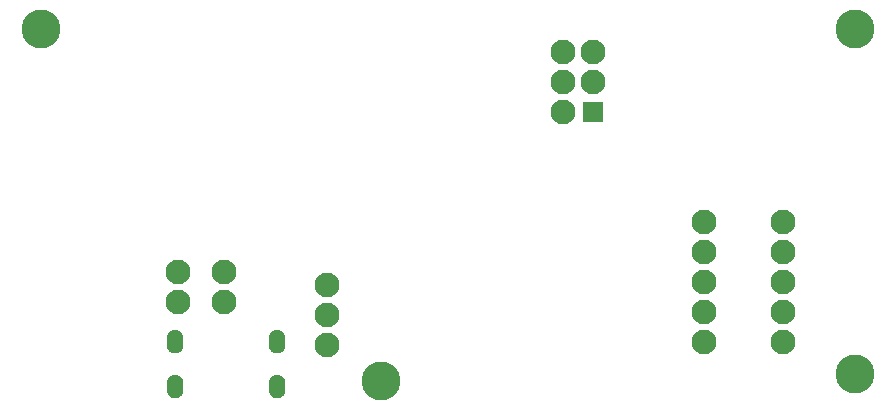
<source format=gbr>
%TF.GenerationSoftware,KiCad,Pcbnew,9.0.6*%
%TF.CreationDate,2026-01-13T18:35:44+05:30*%
%TF.ProjectId,Pen_Plotter,50656e5f-506c-46f7-9474-65722e6b6963,rev?*%
%TF.SameCoordinates,Original*%
%TF.FileFunction,Soldermask,Bot*%
%TF.FilePolarity,Negative*%
%FSLAX46Y46*%
G04 Gerber Fmt 4.6, Leading zero omitted, Abs format (unit mm)*
G04 Created by KiCad (PCBNEW 9.0.6) date 2026-01-13 18:35:44*
%MOMM*%
%LPD*%
G01*
G04 APERTURE LIST*
%ADD10C,0.010000*%
%ADD11C,3.300000*%
%ADD12R,1.700000X1.700000*%
%ADD13C,2.100000*%
G04 APERTURE END LIST*
D10*
%TO.C,J1*%
X69974000Y-120231000D02*
X70008000Y-120234000D01*
X70042000Y-120238000D01*
X70075000Y-120244000D01*
X70108000Y-120252000D01*
X70141000Y-120262000D01*
X70173000Y-120273000D01*
X70204000Y-120286000D01*
X70235000Y-120301000D01*
X70265000Y-120317000D01*
X70294000Y-120335000D01*
X70322000Y-120354000D01*
X70349000Y-120375000D01*
X70375000Y-120397000D01*
X70400000Y-120420000D01*
X70423000Y-120445000D01*
X70445000Y-120471000D01*
X70466000Y-120498000D01*
X70485000Y-120526000D01*
X70503000Y-120555000D01*
X70519000Y-120585000D01*
X70534000Y-120616000D01*
X70547000Y-120647000D01*
X70558000Y-120679000D01*
X70568000Y-120712000D01*
X70576000Y-120745000D01*
X70582000Y-120778000D01*
X70586000Y-120812000D01*
X70589000Y-120846000D01*
X70590000Y-120880000D01*
X70590000Y-121480000D01*
X70589000Y-121514000D01*
X70586000Y-121548000D01*
X70582000Y-121582000D01*
X70576000Y-121615000D01*
X70568000Y-121648000D01*
X70558000Y-121681000D01*
X70547000Y-121713000D01*
X70534000Y-121744000D01*
X70519000Y-121775000D01*
X70503000Y-121805000D01*
X70485000Y-121834000D01*
X70466000Y-121862000D01*
X70445000Y-121889000D01*
X70423000Y-121915000D01*
X70400000Y-121940000D01*
X70375000Y-121963000D01*
X70349000Y-121985000D01*
X70322000Y-122006000D01*
X70294000Y-122025000D01*
X70265000Y-122043000D01*
X70235000Y-122059000D01*
X70204000Y-122074000D01*
X70173000Y-122087000D01*
X70141000Y-122098000D01*
X70108000Y-122108000D01*
X70075000Y-122116000D01*
X70042000Y-122122000D01*
X70008000Y-122126000D01*
X69974000Y-122129000D01*
X69940000Y-122130000D01*
X69906000Y-122129000D01*
X69872000Y-122126000D01*
X69838000Y-122122000D01*
X69805000Y-122116000D01*
X69772000Y-122108000D01*
X69739000Y-122098000D01*
X69707000Y-122087000D01*
X69676000Y-122074000D01*
X69645000Y-122059000D01*
X69615000Y-122043000D01*
X69586000Y-122025000D01*
X69558000Y-122006000D01*
X69531000Y-121985000D01*
X69505000Y-121963000D01*
X69480000Y-121940000D01*
X69457000Y-121915000D01*
X69435000Y-121889000D01*
X69414000Y-121862000D01*
X69395000Y-121834000D01*
X69377000Y-121805000D01*
X69361000Y-121775000D01*
X69346000Y-121744000D01*
X69333000Y-121713000D01*
X69322000Y-121681000D01*
X69312000Y-121648000D01*
X69304000Y-121615000D01*
X69298000Y-121582000D01*
X69294000Y-121548000D01*
X69291000Y-121514000D01*
X69290000Y-121480000D01*
X69290000Y-120880000D01*
X69291000Y-120846000D01*
X69294000Y-120812000D01*
X69298000Y-120778000D01*
X69304000Y-120745000D01*
X69312000Y-120712000D01*
X69322000Y-120679000D01*
X69333000Y-120647000D01*
X69346000Y-120616000D01*
X69361000Y-120585000D01*
X69377000Y-120555000D01*
X69395000Y-120526000D01*
X69414000Y-120498000D01*
X69435000Y-120471000D01*
X69457000Y-120445000D01*
X69480000Y-120420000D01*
X69505000Y-120397000D01*
X69531000Y-120375000D01*
X69558000Y-120354000D01*
X69586000Y-120335000D01*
X69615000Y-120317000D01*
X69645000Y-120301000D01*
X69676000Y-120286000D01*
X69707000Y-120273000D01*
X69739000Y-120262000D01*
X69772000Y-120252000D01*
X69805000Y-120244000D01*
X69838000Y-120238000D01*
X69872000Y-120234000D01*
X69906000Y-120231000D01*
X69940000Y-120230000D01*
X69974000Y-120231000D01*
G36*
X69974000Y-120231000D02*
G01*
X70008000Y-120234000D01*
X70042000Y-120238000D01*
X70075000Y-120244000D01*
X70108000Y-120252000D01*
X70141000Y-120262000D01*
X70173000Y-120273000D01*
X70204000Y-120286000D01*
X70235000Y-120301000D01*
X70265000Y-120317000D01*
X70294000Y-120335000D01*
X70322000Y-120354000D01*
X70349000Y-120375000D01*
X70375000Y-120397000D01*
X70400000Y-120420000D01*
X70423000Y-120445000D01*
X70445000Y-120471000D01*
X70466000Y-120498000D01*
X70485000Y-120526000D01*
X70503000Y-120555000D01*
X70519000Y-120585000D01*
X70534000Y-120616000D01*
X70547000Y-120647000D01*
X70558000Y-120679000D01*
X70568000Y-120712000D01*
X70576000Y-120745000D01*
X70582000Y-120778000D01*
X70586000Y-120812000D01*
X70589000Y-120846000D01*
X70590000Y-120880000D01*
X70590000Y-121480000D01*
X70589000Y-121514000D01*
X70586000Y-121548000D01*
X70582000Y-121582000D01*
X70576000Y-121615000D01*
X70568000Y-121648000D01*
X70558000Y-121681000D01*
X70547000Y-121713000D01*
X70534000Y-121744000D01*
X70519000Y-121775000D01*
X70503000Y-121805000D01*
X70485000Y-121834000D01*
X70466000Y-121862000D01*
X70445000Y-121889000D01*
X70423000Y-121915000D01*
X70400000Y-121940000D01*
X70375000Y-121963000D01*
X70349000Y-121985000D01*
X70322000Y-122006000D01*
X70294000Y-122025000D01*
X70265000Y-122043000D01*
X70235000Y-122059000D01*
X70204000Y-122074000D01*
X70173000Y-122087000D01*
X70141000Y-122098000D01*
X70108000Y-122108000D01*
X70075000Y-122116000D01*
X70042000Y-122122000D01*
X70008000Y-122126000D01*
X69974000Y-122129000D01*
X69940000Y-122130000D01*
X69906000Y-122129000D01*
X69872000Y-122126000D01*
X69838000Y-122122000D01*
X69805000Y-122116000D01*
X69772000Y-122108000D01*
X69739000Y-122098000D01*
X69707000Y-122087000D01*
X69676000Y-122074000D01*
X69645000Y-122059000D01*
X69615000Y-122043000D01*
X69586000Y-122025000D01*
X69558000Y-122006000D01*
X69531000Y-121985000D01*
X69505000Y-121963000D01*
X69480000Y-121940000D01*
X69457000Y-121915000D01*
X69435000Y-121889000D01*
X69414000Y-121862000D01*
X69395000Y-121834000D01*
X69377000Y-121805000D01*
X69361000Y-121775000D01*
X69346000Y-121744000D01*
X69333000Y-121713000D01*
X69322000Y-121681000D01*
X69312000Y-121648000D01*
X69304000Y-121615000D01*
X69298000Y-121582000D01*
X69294000Y-121548000D01*
X69291000Y-121514000D01*
X69290000Y-121480000D01*
X69290000Y-120880000D01*
X69291000Y-120846000D01*
X69294000Y-120812000D01*
X69298000Y-120778000D01*
X69304000Y-120745000D01*
X69312000Y-120712000D01*
X69322000Y-120679000D01*
X69333000Y-120647000D01*
X69346000Y-120616000D01*
X69361000Y-120585000D01*
X69377000Y-120555000D01*
X69395000Y-120526000D01*
X69414000Y-120498000D01*
X69435000Y-120471000D01*
X69457000Y-120445000D01*
X69480000Y-120420000D01*
X69505000Y-120397000D01*
X69531000Y-120375000D01*
X69558000Y-120354000D01*
X69586000Y-120335000D01*
X69615000Y-120317000D01*
X69645000Y-120301000D01*
X69676000Y-120286000D01*
X69707000Y-120273000D01*
X69739000Y-120262000D01*
X69772000Y-120252000D01*
X69805000Y-120244000D01*
X69838000Y-120238000D01*
X69872000Y-120234000D01*
X69906000Y-120231000D01*
X69940000Y-120230000D01*
X69974000Y-120231000D01*
G37*
X69974000Y-124031000D02*
X70008000Y-124034000D01*
X70042000Y-124038000D01*
X70075000Y-124044000D01*
X70108000Y-124052000D01*
X70141000Y-124062000D01*
X70173000Y-124073000D01*
X70204000Y-124086000D01*
X70235000Y-124101000D01*
X70265000Y-124117000D01*
X70294000Y-124135000D01*
X70322000Y-124154000D01*
X70349000Y-124175000D01*
X70375000Y-124197000D01*
X70400000Y-124220000D01*
X70423000Y-124245000D01*
X70445000Y-124271000D01*
X70466000Y-124298000D01*
X70485000Y-124326000D01*
X70503000Y-124355000D01*
X70519000Y-124385000D01*
X70534000Y-124416000D01*
X70547000Y-124447000D01*
X70558000Y-124479000D01*
X70568000Y-124512000D01*
X70576000Y-124545000D01*
X70582000Y-124578000D01*
X70586000Y-124612000D01*
X70589000Y-124646000D01*
X70590000Y-124680000D01*
X70590000Y-125280000D01*
X70589000Y-125314000D01*
X70586000Y-125348000D01*
X70582000Y-125382000D01*
X70576000Y-125415000D01*
X70568000Y-125448000D01*
X70558000Y-125481000D01*
X70547000Y-125513000D01*
X70534000Y-125544000D01*
X70519000Y-125575000D01*
X70503000Y-125605000D01*
X70485000Y-125634000D01*
X70466000Y-125662000D01*
X70445000Y-125689000D01*
X70423000Y-125715000D01*
X70400000Y-125740000D01*
X70375000Y-125763000D01*
X70349000Y-125785000D01*
X70322000Y-125806000D01*
X70294000Y-125825000D01*
X70265000Y-125843000D01*
X70235000Y-125859000D01*
X70204000Y-125874000D01*
X70173000Y-125887000D01*
X70141000Y-125898000D01*
X70108000Y-125908000D01*
X70075000Y-125916000D01*
X70042000Y-125922000D01*
X70008000Y-125926000D01*
X69974000Y-125929000D01*
X69940000Y-125930000D01*
X69906000Y-125929000D01*
X69872000Y-125926000D01*
X69838000Y-125922000D01*
X69805000Y-125916000D01*
X69772000Y-125908000D01*
X69739000Y-125898000D01*
X69707000Y-125887000D01*
X69676000Y-125874000D01*
X69645000Y-125859000D01*
X69615000Y-125843000D01*
X69586000Y-125825000D01*
X69558000Y-125806000D01*
X69531000Y-125785000D01*
X69505000Y-125763000D01*
X69480000Y-125740000D01*
X69457000Y-125715000D01*
X69435000Y-125689000D01*
X69414000Y-125662000D01*
X69395000Y-125634000D01*
X69377000Y-125605000D01*
X69361000Y-125575000D01*
X69346000Y-125544000D01*
X69333000Y-125513000D01*
X69322000Y-125481000D01*
X69312000Y-125448000D01*
X69304000Y-125415000D01*
X69298000Y-125382000D01*
X69294000Y-125348000D01*
X69291000Y-125314000D01*
X69290000Y-125280000D01*
X69290000Y-124680000D01*
X69291000Y-124646000D01*
X69294000Y-124612000D01*
X69298000Y-124578000D01*
X69304000Y-124545000D01*
X69312000Y-124512000D01*
X69322000Y-124479000D01*
X69333000Y-124447000D01*
X69346000Y-124416000D01*
X69361000Y-124385000D01*
X69377000Y-124355000D01*
X69395000Y-124326000D01*
X69414000Y-124298000D01*
X69435000Y-124271000D01*
X69457000Y-124245000D01*
X69480000Y-124220000D01*
X69505000Y-124197000D01*
X69531000Y-124175000D01*
X69558000Y-124154000D01*
X69586000Y-124135000D01*
X69615000Y-124117000D01*
X69645000Y-124101000D01*
X69676000Y-124086000D01*
X69707000Y-124073000D01*
X69739000Y-124062000D01*
X69772000Y-124052000D01*
X69805000Y-124044000D01*
X69838000Y-124038000D01*
X69872000Y-124034000D01*
X69906000Y-124031000D01*
X69940000Y-124030000D01*
X69974000Y-124031000D01*
G36*
X69974000Y-124031000D02*
G01*
X70008000Y-124034000D01*
X70042000Y-124038000D01*
X70075000Y-124044000D01*
X70108000Y-124052000D01*
X70141000Y-124062000D01*
X70173000Y-124073000D01*
X70204000Y-124086000D01*
X70235000Y-124101000D01*
X70265000Y-124117000D01*
X70294000Y-124135000D01*
X70322000Y-124154000D01*
X70349000Y-124175000D01*
X70375000Y-124197000D01*
X70400000Y-124220000D01*
X70423000Y-124245000D01*
X70445000Y-124271000D01*
X70466000Y-124298000D01*
X70485000Y-124326000D01*
X70503000Y-124355000D01*
X70519000Y-124385000D01*
X70534000Y-124416000D01*
X70547000Y-124447000D01*
X70558000Y-124479000D01*
X70568000Y-124512000D01*
X70576000Y-124545000D01*
X70582000Y-124578000D01*
X70586000Y-124612000D01*
X70589000Y-124646000D01*
X70590000Y-124680000D01*
X70590000Y-125280000D01*
X70589000Y-125314000D01*
X70586000Y-125348000D01*
X70582000Y-125382000D01*
X70576000Y-125415000D01*
X70568000Y-125448000D01*
X70558000Y-125481000D01*
X70547000Y-125513000D01*
X70534000Y-125544000D01*
X70519000Y-125575000D01*
X70503000Y-125605000D01*
X70485000Y-125634000D01*
X70466000Y-125662000D01*
X70445000Y-125689000D01*
X70423000Y-125715000D01*
X70400000Y-125740000D01*
X70375000Y-125763000D01*
X70349000Y-125785000D01*
X70322000Y-125806000D01*
X70294000Y-125825000D01*
X70265000Y-125843000D01*
X70235000Y-125859000D01*
X70204000Y-125874000D01*
X70173000Y-125887000D01*
X70141000Y-125898000D01*
X70108000Y-125908000D01*
X70075000Y-125916000D01*
X70042000Y-125922000D01*
X70008000Y-125926000D01*
X69974000Y-125929000D01*
X69940000Y-125930000D01*
X69906000Y-125929000D01*
X69872000Y-125926000D01*
X69838000Y-125922000D01*
X69805000Y-125916000D01*
X69772000Y-125908000D01*
X69739000Y-125898000D01*
X69707000Y-125887000D01*
X69676000Y-125874000D01*
X69645000Y-125859000D01*
X69615000Y-125843000D01*
X69586000Y-125825000D01*
X69558000Y-125806000D01*
X69531000Y-125785000D01*
X69505000Y-125763000D01*
X69480000Y-125740000D01*
X69457000Y-125715000D01*
X69435000Y-125689000D01*
X69414000Y-125662000D01*
X69395000Y-125634000D01*
X69377000Y-125605000D01*
X69361000Y-125575000D01*
X69346000Y-125544000D01*
X69333000Y-125513000D01*
X69322000Y-125481000D01*
X69312000Y-125448000D01*
X69304000Y-125415000D01*
X69298000Y-125382000D01*
X69294000Y-125348000D01*
X69291000Y-125314000D01*
X69290000Y-125280000D01*
X69290000Y-124680000D01*
X69291000Y-124646000D01*
X69294000Y-124612000D01*
X69298000Y-124578000D01*
X69304000Y-124545000D01*
X69312000Y-124512000D01*
X69322000Y-124479000D01*
X69333000Y-124447000D01*
X69346000Y-124416000D01*
X69361000Y-124385000D01*
X69377000Y-124355000D01*
X69395000Y-124326000D01*
X69414000Y-124298000D01*
X69435000Y-124271000D01*
X69457000Y-124245000D01*
X69480000Y-124220000D01*
X69505000Y-124197000D01*
X69531000Y-124175000D01*
X69558000Y-124154000D01*
X69586000Y-124135000D01*
X69615000Y-124117000D01*
X69645000Y-124101000D01*
X69676000Y-124086000D01*
X69707000Y-124073000D01*
X69739000Y-124062000D01*
X69772000Y-124052000D01*
X69805000Y-124044000D01*
X69838000Y-124038000D01*
X69872000Y-124034000D01*
X69906000Y-124031000D01*
X69940000Y-124030000D01*
X69974000Y-124031000D01*
G37*
X78614000Y-120231000D02*
X78648000Y-120234000D01*
X78682000Y-120238000D01*
X78715000Y-120244000D01*
X78748000Y-120252000D01*
X78781000Y-120262000D01*
X78813000Y-120273000D01*
X78844000Y-120286000D01*
X78875000Y-120301000D01*
X78905000Y-120317000D01*
X78934000Y-120335000D01*
X78962000Y-120354000D01*
X78989000Y-120375000D01*
X79015000Y-120397000D01*
X79040000Y-120420000D01*
X79063000Y-120445000D01*
X79085000Y-120471000D01*
X79106000Y-120498000D01*
X79125000Y-120526000D01*
X79143000Y-120555000D01*
X79159000Y-120585000D01*
X79174000Y-120616000D01*
X79187000Y-120647000D01*
X79198000Y-120679000D01*
X79208000Y-120712000D01*
X79216000Y-120745000D01*
X79222000Y-120778000D01*
X79226000Y-120812000D01*
X79229000Y-120846000D01*
X79230000Y-120880000D01*
X79230000Y-121480000D01*
X79229000Y-121514000D01*
X79226000Y-121548000D01*
X79222000Y-121582000D01*
X79216000Y-121615000D01*
X79208000Y-121648000D01*
X79198000Y-121681000D01*
X79187000Y-121713000D01*
X79174000Y-121744000D01*
X79159000Y-121775000D01*
X79143000Y-121805000D01*
X79125000Y-121834000D01*
X79106000Y-121862000D01*
X79085000Y-121889000D01*
X79063000Y-121915000D01*
X79040000Y-121940000D01*
X79015000Y-121963000D01*
X78989000Y-121985000D01*
X78962000Y-122006000D01*
X78934000Y-122025000D01*
X78905000Y-122043000D01*
X78875000Y-122059000D01*
X78844000Y-122074000D01*
X78813000Y-122087000D01*
X78781000Y-122098000D01*
X78748000Y-122108000D01*
X78715000Y-122116000D01*
X78682000Y-122122000D01*
X78648000Y-122126000D01*
X78614000Y-122129000D01*
X78580000Y-122130000D01*
X78546000Y-122129000D01*
X78512000Y-122126000D01*
X78478000Y-122122000D01*
X78445000Y-122116000D01*
X78412000Y-122108000D01*
X78379000Y-122098000D01*
X78347000Y-122087000D01*
X78316000Y-122074000D01*
X78285000Y-122059000D01*
X78255000Y-122043000D01*
X78226000Y-122025000D01*
X78198000Y-122006000D01*
X78171000Y-121985000D01*
X78145000Y-121963000D01*
X78120000Y-121940000D01*
X78097000Y-121915000D01*
X78075000Y-121889000D01*
X78054000Y-121862000D01*
X78035000Y-121834000D01*
X78017000Y-121805000D01*
X78001000Y-121775000D01*
X77986000Y-121744000D01*
X77973000Y-121713000D01*
X77962000Y-121681000D01*
X77952000Y-121648000D01*
X77944000Y-121615000D01*
X77938000Y-121582000D01*
X77934000Y-121548000D01*
X77931000Y-121514000D01*
X77930000Y-121480000D01*
X77930000Y-120880000D01*
X77931000Y-120846000D01*
X77934000Y-120812000D01*
X77938000Y-120778000D01*
X77944000Y-120745000D01*
X77952000Y-120712000D01*
X77962000Y-120679000D01*
X77973000Y-120647000D01*
X77986000Y-120616000D01*
X78001000Y-120585000D01*
X78017000Y-120555000D01*
X78035000Y-120526000D01*
X78054000Y-120498000D01*
X78075000Y-120471000D01*
X78097000Y-120445000D01*
X78120000Y-120420000D01*
X78145000Y-120397000D01*
X78171000Y-120375000D01*
X78198000Y-120354000D01*
X78226000Y-120335000D01*
X78255000Y-120317000D01*
X78285000Y-120301000D01*
X78316000Y-120286000D01*
X78347000Y-120273000D01*
X78379000Y-120262000D01*
X78412000Y-120252000D01*
X78445000Y-120244000D01*
X78478000Y-120238000D01*
X78512000Y-120234000D01*
X78546000Y-120231000D01*
X78580000Y-120230000D01*
X78614000Y-120231000D01*
G36*
X78614000Y-120231000D02*
G01*
X78648000Y-120234000D01*
X78682000Y-120238000D01*
X78715000Y-120244000D01*
X78748000Y-120252000D01*
X78781000Y-120262000D01*
X78813000Y-120273000D01*
X78844000Y-120286000D01*
X78875000Y-120301000D01*
X78905000Y-120317000D01*
X78934000Y-120335000D01*
X78962000Y-120354000D01*
X78989000Y-120375000D01*
X79015000Y-120397000D01*
X79040000Y-120420000D01*
X79063000Y-120445000D01*
X79085000Y-120471000D01*
X79106000Y-120498000D01*
X79125000Y-120526000D01*
X79143000Y-120555000D01*
X79159000Y-120585000D01*
X79174000Y-120616000D01*
X79187000Y-120647000D01*
X79198000Y-120679000D01*
X79208000Y-120712000D01*
X79216000Y-120745000D01*
X79222000Y-120778000D01*
X79226000Y-120812000D01*
X79229000Y-120846000D01*
X79230000Y-120880000D01*
X79230000Y-121480000D01*
X79229000Y-121514000D01*
X79226000Y-121548000D01*
X79222000Y-121582000D01*
X79216000Y-121615000D01*
X79208000Y-121648000D01*
X79198000Y-121681000D01*
X79187000Y-121713000D01*
X79174000Y-121744000D01*
X79159000Y-121775000D01*
X79143000Y-121805000D01*
X79125000Y-121834000D01*
X79106000Y-121862000D01*
X79085000Y-121889000D01*
X79063000Y-121915000D01*
X79040000Y-121940000D01*
X79015000Y-121963000D01*
X78989000Y-121985000D01*
X78962000Y-122006000D01*
X78934000Y-122025000D01*
X78905000Y-122043000D01*
X78875000Y-122059000D01*
X78844000Y-122074000D01*
X78813000Y-122087000D01*
X78781000Y-122098000D01*
X78748000Y-122108000D01*
X78715000Y-122116000D01*
X78682000Y-122122000D01*
X78648000Y-122126000D01*
X78614000Y-122129000D01*
X78580000Y-122130000D01*
X78546000Y-122129000D01*
X78512000Y-122126000D01*
X78478000Y-122122000D01*
X78445000Y-122116000D01*
X78412000Y-122108000D01*
X78379000Y-122098000D01*
X78347000Y-122087000D01*
X78316000Y-122074000D01*
X78285000Y-122059000D01*
X78255000Y-122043000D01*
X78226000Y-122025000D01*
X78198000Y-122006000D01*
X78171000Y-121985000D01*
X78145000Y-121963000D01*
X78120000Y-121940000D01*
X78097000Y-121915000D01*
X78075000Y-121889000D01*
X78054000Y-121862000D01*
X78035000Y-121834000D01*
X78017000Y-121805000D01*
X78001000Y-121775000D01*
X77986000Y-121744000D01*
X77973000Y-121713000D01*
X77962000Y-121681000D01*
X77952000Y-121648000D01*
X77944000Y-121615000D01*
X77938000Y-121582000D01*
X77934000Y-121548000D01*
X77931000Y-121514000D01*
X77930000Y-121480000D01*
X77930000Y-120880000D01*
X77931000Y-120846000D01*
X77934000Y-120812000D01*
X77938000Y-120778000D01*
X77944000Y-120745000D01*
X77952000Y-120712000D01*
X77962000Y-120679000D01*
X77973000Y-120647000D01*
X77986000Y-120616000D01*
X78001000Y-120585000D01*
X78017000Y-120555000D01*
X78035000Y-120526000D01*
X78054000Y-120498000D01*
X78075000Y-120471000D01*
X78097000Y-120445000D01*
X78120000Y-120420000D01*
X78145000Y-120397000D01*
X78171000Y-120375000D01*
X78198000Y-120354000D01*
X78226000Y-120335000D01*
X78255000Y-120317000D01*
X78285000Y-120301000D01*
X78316000Y-120286000D01*
X78347000Y-120273000D01*
X78379000Y-120262000D01*
X78412000Y-120252000D01*
X78445000Y-120244000D01*
X78478000Y-120238000D01*
X78512000Y-120234000D01*
X78546000Y-120231000D01*
X78580000Y-120230000D01*
X78614000Y-120231000D01*
G37*
X78614000Y-124031000D02*
X78648000Y-124034000D01*
X78682000Y-124038000D01*
X78715000Y-124044000D01*
X78748000Y-124052000D01*
X78781000Y-124062000D01*
X78813000Y-124073000D01*
X78844000Y-124086000D01*
X78875000Y-124101000D01*
X78905000Y-124117000D01*
X78934000Y-124135000D01*
X78962000Y-124154000D01*
X78989000Y-124175000D01*
X79015000Y-124197000D01*
X79040000Y-124220000D01*
X79063000Y-124245000D01*
X79085000Y-124271000D01*
X79106000Y-124298000D01*
X79125000Y-124326000D01*
X79143000Y-124355000D01*
X79159000Y-124385000D01*
X79174000Y-124416000D01*
X79187000Y-124447000D01*
X79198000Y-124479000D01*
X79208000Y-124512000D01*
X79216000Y-124545000D01*
X79222000Y-124578000D01*
X79226000Y-124612000D01*
X79229000Y-124646000D01*
X79230000Y-124680000D01*
X79230000Y-125280000D01*
X79229000Y-125314000D01*
X79226000Y-125348000D01*
X79222000Y-125382000D01*
X79216000Y-125415000D01*
X79208000Y-125448000D01*
X79198000Y-125481000D01*
X79187000Y-125513000D01*
X79174000Y-125544000D01*
X79159000Y-125575000D01*
X79143000Y-125605000D01*
X79125000Y-125634000D01*
X79106000Y-125662000D01*
X79085000Y-125689000D01*
X79063000Y-125715000D01*
X79040000Y-125740000D01*
X79015000Y-125763000D01*
X78989000Y-125785000D01*
X78962000Y-125806000D01*
X78934000Y-125825000D01*
X78905000Y-125843000D01*
X78875000Y-125859000D01*
X78844000Y-125874000D01*
X78813000Y-125887000D01*
X78781000Y-125898000D01*
X78748000Y-125908000D01*
X78715000Y-125916000D01*
X78682000Y-125922000D01*
X78648000Y-125926000D01*
X78614000Y-125929000D01*
X78580000Y-125930000D01*
X78546000Y-125929000D01*
X78512000Y-125926000D01*
X78478000Y-125922000D01*
X78445000Y-125916000D01*
X78412000Y-125908000D01*
X78379000Y-125898000D01*
X78347000Y-125887000D01*
X78316000Y-125874000D01*
X78285000Y-125859000D01*
X78255000Y-125843000D01*
X78226000Y-125825000D01*
X78198000Y-125806000D01*
X78171000Y-125785000D01*
X78145000Y-125763000D01*
X78120000Y-125740000D01*
X78097000Y-125715000D01*
X78075000Y-125689000D01*
X78054000Y-125662000D01*
X78035000Y-125634000D01*
X78017000Y-125605000D01*
X78001000Y-125575000D01*
X77986000Y-125544000D01*
X77973000Y-125513000D01*
X77962000Y-125481000D01*
X77952000Y-125448000D01*
X77944000Y-125415000D01*
X77938000Y-125382000D01*
X77934000Y-125348000D01*
X77931000Y-125314000D01*
X77930000Y-125280000D01*
X77930000Y-124680000D01*
X77931000Y-124646000D01*
X77934000Y-124612000D01*
X77938000Y-124578000D01*
X77944000Y-124545000D01*
X77952000Y-124512000D01*
X77962000Y-124479000D01*
X77973000Y-124447000D01*
X77986000Y-124416000D01*
X78001000Y-124385000D01*
X78017000Y-124355000D01*
X78035000Y-124326000D01*
X78054000Y-124298000D01*
X78075000Y-124271000D01*
X78097000Y-124245000D01*
X78120000Y-124220000D01*
X78145000Y-124197000D01*
X78171000Y-124175000D01*
X78198000Y-124154000D01*
X78226000Y-124135000D01*
X78255000Y-124117000D01*
X78285000Y-124101000D01*
X78316000Y-124086000D01*
X78347000Y-124073000D01*
X78379000Y-124062000D01*
X78412000Y-124052000D01*
X78445000Y-124044000D01*
X78478000Y-124038000D01*
X78512000Y-124034000D01*
X78546000Y-124031000D01*
X78580000Y-124030000D01*
X78614000Y-124031000D01*
G36*
X78614000Y-124031000D02*
G01*
X78648000Y-124034000D01*
X78682000Y-124038000D01*
X78715000Y-124044000D01*
X78748000Y-124052000D01*
X78781000Y-124062000D01*
X78813000Y-124073000D01*
X78844000Y-124086000D01*
X78875000Y-124101000D01*
X78905000Y-124117000D01*
X78934000Y-124135000D01*
X78962000Y-124154000D01*
X78989000Y-124175000D01*
X79015000Y-124197000D01*
X79040000Y-124220000D01*
X79063000Y-124245000D01*
X79085000Y-124271000D01*
X79106000Y-124298000D01*
X79125000Y-124326000D01*
X79143000Y-124355000D01*
X79159000Y-124385000D01*
X79174000Y-124416000D01*
X79187000Y-124447000D01*
X79198000Y-124479000D01*
X79208000Y-124512000D01*
X79216000Y-124545000D01*
X79222000Y-124578000D01*
X79226000Y-124612000D01*
X79229000Y-124646000D01*
X79230000Y-124680000D01*
X79230000Y-125280000D01*
X79229000Y-125314000D01*
X79226000Y-125348000D01*
X79222000Y-125382000D01*
X79216000Y-125415000D01*
X79208000Y-125448000D01*
X79198000Y-125481000D01*
X79187000Y-125513000D01*
X79174000Y-125544000D01*
X79159000Y-125575000D01*
X79143000Y-125605000D01*
X79125000Y-125634000D01*
X79106000Y-125662000D01*
X79085000Y-125689000D01*
X79063000Y-125715000D01*
X79040000Y-125740000D01*
X79015000Y-125763000D01*
X78989000Y-125785000D01*
X78962000Y-125806000D01*
X78934000Y-125825000D01*
X78905000Y-125843000D01*
X78875000Y-125859000D01*
X78844000Y-125874000D01*
X78813000Y-125887000D01*
X78781000Y-125898000D01*
X78748000Y-125908000D01*
X78715000Y-125916000D01*
X78682000Y-125922000D01*
X78648000Y-125926000D01*
X78614000Y-125929000D01*
X78580000Y-125930000D01*
X78546000Y-125929000D01*
X78512000Y-125926000D01*
X78478000Y-125922000D01*
X78445000Y-125916000D01*
X78412000Y-125908000D01*
X78379000Y-125898000D01*
X78347000Y-125887000D01*
X78316000Y-125874000D01*
X78285000Y-125859000D01*
X78255000Y-125843000D01*
X78226000Y-125825000D01*
X78198000Y-125806000D01*
X78171000Y-125785000D01*
X78145000Y-125763000D01*
X78120000Y-125740000D01*
X78097000Y-125715000D01*
X78075000Y-125689000D01*
X78054000Y-125662000D01*
X78035000Y-125634000D01*
X78017000Y-125605000D01*
X78001000Y-125575000D01*
X77986000Y-125544000D01*
X77973000Y-125513000D01*
X77962000Y-125481000D01*
X77952000Y-125448000D01*
X77944000Y-125415000D01*
X77938000Y-125382000D01*
X77934000Y-125348000D01*
X77931000Y-125314000D01*
X77930000Y-125280000D01*
X77930000Y-124680000D01*
X77931000Y-124646000D01*
X77934000Y-124612000D01*
X77938000Y-124578000D01*
X77944000Y-124545000D01*
X77952000Y-124512000D01*
X77962000Y-124479000D01*
X77973000Y-124447000D01*
X77986000Y-124416000D01*
X78001000Y-124385000D01*
X78017000Y-124355000D01*
X78035000Y-124326000D01*
X78054000Y-124298000D01*
X78075000Y-124271000D01*
X78097000Y-124245000D01*
X78120000Y-124220000D01*
X78145000Y-124197000D01*
X78171000Y-124175000D01*
X78198000Y-124154000D01*
X78226000Y-124135000D01*
X78255000Y-124117000D01*
X78285000Y-124101000D01*
X78316000Y-124086000D01*
X78347000Y-124073000D01*
X78379000Y-124062000D01*
X78412000Y-124052000D01*
X78445000Y-124044000D01*
X78478000Y-124038000D01*
X78512000Y-124034000D01*
X78546000Y-124031000D01*
X78580000Y-124030000D01*
X78614000Y-124031000D01*
G37*
%TD*%
D11*
%TO.C,H2*%
X127590000Y-94710000D03*
%TD*%
%TO.C,H3*%
X58620000Y-94710000D03*
%TD*%
%TO.C,H4*%
X87430000Y-124520000D03*
%TD*%
%TO.C,H1*%
X127590000Y-123970000D03*
%TD*%
D12*
%TO.C,J4*%
X105370000Y-101790000D03*
D13*
X102830000Y-101790000D03*
X105370000Y-99250000D03*
X102830000Y-99250000D03*
X105370000Y-96710000D03*
X102830000Y-96710000D03*
%TD*%
%TO.C,J3*%
X114730000Y-121200000D03*
X114730000Y-118660000D03*
X114730000Y-116120000D03*
X114730000Y-113580000D03*
X114730000Y-111040000D03*
%TD*%
%TO.C,J7*%
X82840000Y-116450000D03*
X82840000Y-118990000D03*
X82840000Y-121530000D03*
%TD*%
%TO.C,J5*%
X74140000Y-115330000D03*
X74140000Y-117870000D03*
%TD*%
%TO.C,J6*%
X70220000Y-115320000D03*
X70220000Y-117860000D03*
%TD*%
%TO.C,J2*%
X121470000Y-111050000D03*
X121470000Y-113590000D03*
X121470000Y-116130000D03*
X121470000Y-118670000D03*
X121470000Y-121210000D03*
%TD*%
M02*

</source>
